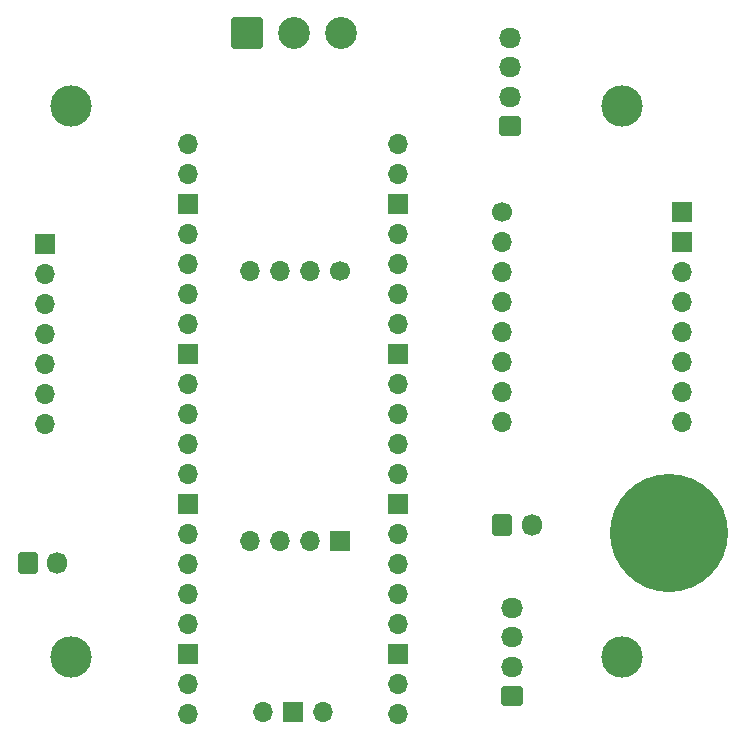
<source format=gbr>
%TF.GenerationSoftware,KiCad,Pcbnew,(6.0.6)*%
%TF.CreationDate,2022-08-17T10:37:05+09:00*%
%TF.ProjectId,0726,30373236-2e6b-4696-9361-645f70636258,rev?*%
%TF.SameCoordinates,Original*%
%TF.FileFunction,Soldermask,Bot*%
%TF.FilePolarity,Negative*%
%FSLAX46Y46*%
G04 Gerber Fmt 4.6, Leading zero omitted, Abs format (unit mm)*
G04 Created by KiCad (PCBNEW (6.0.6)) date 2022-08-17 10:37:05*
%MOMM*%
%LPD*%
G01*
G04 APERTURE LIST*
G04 Aperture macros list*
%AMRoundRect*
0 Rectangle with rounded corners*
0 $1 Rounding radius*
0 $2 $3 $4 $5 $6 $7 $8 $9 X,Y pos of 4 corners*
0 Add a 4 corners polygon primitive as box body*
4,1,4,$2,$3,$4,$5,$6,$7,$8,$9,$2,$3,0*
0 Add four circle primitives for the rounded corners*
1,1,$1+$1,$2,$3*
1,1,$1+$1,$4,$5*
1,1,$1+$1,$6,$7*
1,1,$1+$1,$8,$9*
0 Add four rect primitives between the rounded corners*
20,1,$1+$1,$2,$3,$4,$5,0*
20,1,$1+$1,$4,$5,$6,$7,0*
20,1,$1+$1,$6,$7,$8,$9,0*
20,1,$1+$1,$8,$9,$2,$3,0*%
G04 Aperture macros list end*
%ADD10O,1.850000X1.700000*%
%ADD11RoundRect,0.250000X0.675000X-0.600000X0.675000X0.600000X-0.675000X0.600000X-0.675000X-0.600000X0*%
%ADD12RoundRect,0.250000X-0.600000X-0.675000X0.600000X-0.675000X0.600000X0.675000X-0.600000X0.675000X0*%
%ADD13O,1.700000X1.850000*%
%ADD14C,10.000000*%
%ADD15C,1.700000*%
%ADD16O,1.700000X1.700000*%
%ADD17R,1.700000X1.700000*%
%ADD18C,3.500000*%
%ADD19RoundRect,0.250001X-1.099999X-1.099999X1.099999X-1.099999X1.099999X1.099999X-1.099999X1.099999X0*%
%ADD20C,2.700000*%
G04 APERTURE END LIST*
D10*
%TO.C,J6*%
X146304000Y-78860000D03*
X146304000Y-81360000D03*
X146304000Y-83860000D03*
D11*
X146304000Y-86360000D03*
%TD*%
D12*
%TO.C,J1*%
X105489999Y-123316000D03*
D13*
X107989999Y-123316000D03*
%TD*%
D14*
%TO.C,H5*%
X159750000Y-120776000D03*
%TD*%
D12*
%TO.C,J5*%
X145641999Y-120156000D03*
D13*
X148141999Y-120156000D03*
%TD*%
D15*
%TO.C,Rs232_to_ttl*%
X131905999Y-98618000D03*
D16*
X129365999Y-98618000D03*
X126825999Y-98618000D03*
X124285999Y-98618000D03*
X124285999Y-121478000D03*
X126825999Y-121478000D03*
X129365999Y-121478000D03*
D17*
X131905999Y-121478000D03*
%TD*%
D18*
%TO.C,H4*%
X109165476Y-131334524D03*
%TD*%
D17*
%TO.C,J4*%
X160919999Y-93650000D03*
X160919999Y-96190000D03*
D16*
X160919999Y-98730000D03*
X160919999Y-101270000D03*
X160919999Y-103810000D03*
X160919999Y-106350000D03*
X160919999Y-108890000D03*
X160919999Y-111430000D03*
X145679999Y-111430000D03*
X145679999Y-108890000D03*
X145679999Y-106350000D03*
X145679999Y-103810000D03*
X145679999Y-101270000D03*
X145679999Y-98730000D03*
X145679999Y-96190000D03*
D15*
X145679999Y-93650000D03*
%TD*%
D18*
%TO.C,H3*%
X109165477Y-84665477D03*
%TD*%
D19*
%TO.C,J2*%
X124056000Y-78500001D03*
D20*
X128016000Y-78500001D03*
X131976000Y-78500001D03*
%TD*%
D11*
%TO.C,Oxyzen_Sensor*%
X146511000Y-134619000D03*
D10*
X146511000Y-132119000D03*
X146511000Y-129619000D03*
X146511000Y-127119000D03*
%TD*%
D16*
%TO.C,U1*%
X119079000Y-87892000D03*
X119079000Y-90432000D03*
D17*
X119079000Y-92972000D03*
D16*
X119079000Y-95512000D03*
X119079000Y-98052000D03*
X119079000Y-100592000D03*
X119079000Y-103132000D03*
D17*
X119079000Y-105672000D03*
D16*
X119079000Y-108212000D03*
X119079000Y-110752000D03*
X119079000Y-113292000D03*
X119079000Y-115832000D03*
D17*
X119079000Y-118372000D03*
D16*
X119079000Y-120912000D03*
X119079000Y-123452000D03*
X119079000Y-125992000D03*
X119079000Y-128532000D03*
D17*
X119079000Y-131072000D03*
D16*
X119079000Y-133612000D03*
X119079000Y-136152000D03*
X136859000Y-136152000D03*
X136859000Y-133612000D03*
D17*
X136859000Y-131072000D03*
D16*
X136859000Y-128532000D03*
X136859000Y-125992000D03*
X136859000Y-123452000D03*
X136859000Y-120912000D03*
D17*
X136859000Y-118372000D03*
D16*
X136859000Y-115832000D03*
X136859000Y-113292000D03*
X136859000Y-110752000D03*
X136859000Y-108212000D03*
D17*
X136859000Y-105672000D03*
D16*
X136859000Y-103132000D03*
X136859000Y-100592000D03*
X136859000Y-98052000D03*
X136859000Y-95512000D03*
D17*
X136859000Y-92972000D03*
D16*
X136859000Y-90432000D03*
X136859000Y-87892000D03*
X125429000Y-135922000D03*
D17*
X127969000Y-135922000D03*
D16*
X130509000Y-135922000D03*
%TD*%
D18*
%TO.C,H2*%
X155834523Y-131334524D03*
%TD*%
%TO.C,H1*%
X155834523Y-84665477D03*
%TD*%
D17*
%TO.C,J3*%
X106952000Y-96352000D03*
D16*
X106952000Y-98892000D03*
X106952000Y-101432000D03*
X106952000Y-103972000D03*
X106952000Y-106512000D03*
X106952000Y-109052000D03*
X106952000Y-111592000D03*
%TD*%
M02*

</source>
